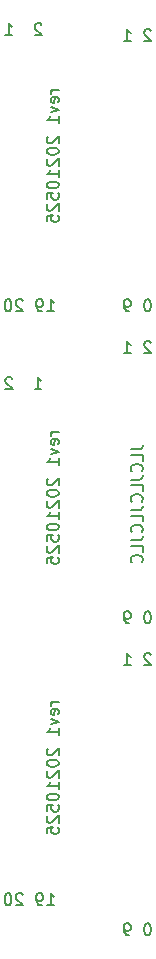
<source format=gbr>
%TF.GenerationSoftware,KiCad,Pcbnew,5.1.10*%
%TF.CreationDate,2021-05-25T21:42:46+02:00*%
%TF.ProjectId,ebaz_200to254,6562617a-5f32-4303-9074-6f3235342e6b,rev?*%
%TF.SameCoordinates,Original*%
%TF.FileFunction,Legend,Bot*%
%TF.FilePolarity,Positive*%
%FSLAX46Y46*%
G04 Gerber Fmt 4.6, Leading zero omitted, Abs format (unit mm)*
G04 Created by KiCad (PCBNEW 5.1.10) date 2021-05-25 21:42:46*
%MOMM*%
%LPD*%
G01*
G04 APERTURE LIST*
%ADD10C,0.150000*%
G04 APERTURE END LIST*
D10*
X144668761Y-108164380D02*
X144573523Y-108164380D01*
X144478285Y-108212000D01*
X144430666Y-108259619D01*
X144383047Y-108354857D01*
X144335428Y-108545333D01*
X144335428Y-108783428D01*
X144383047Y-108973904D01*
X144430666Y-109069142D01*
X144478285Y-109116761D01*
X144573523Y-109164380D01*
X144668761Y-109164380D01*
X144764000Y-109116761D01*
X144811619Y-109069142D01*
X144859238Y-108973904D01*
X144906857Y-108783428D01*
X144906857Y-108545333D01*
X144859238Y-108354857D01*
X144811619Y-108259619D01*
X144764000Y-108212000D01*
X144668761Y-108164380D01*
X143097333Y-109164380D02*
X142906857Y-109164380D01*
X142811619Y-109116761D01*
X142764000Y-109069142D01*
X142668761Y-108926285D01*
X142621142Y-108735809D01*
X142621142Y-108354857D01*
X142668761Y-108259619D01*
X142716380Y-108212000D01*
X142811619Y-108164380D01*
X143002095Y-108164380D01*
X143097333Y-108212000D01*
X143144952Y-108259619D01*
X143192571Y-108354857D01*
X143192571Y-108592952D01*
X143144952Y-108688190D01*
X143097333Y-108735809D01*
X143002095Y-108783428D01*
X142811619Y-108783428D01*
X142716380Y-108735809D01*
X142668761Y-108688190D01*
X142621142Y-108592952D01*
X136143809Y-106624380D02*
X136715238Y-106624380D01*
X136429523Y-106624380D02*
X136429523Y-105624380D01*
X136524761Y-105767238D01*
X136620000Y-105862476D01*
X136715238Y-105910095D01*
X135667619Y-106624380D02*
X135477142Y-106624380D01*
X135381904Y-106576761D01*
X135334285Y-106529142D01*
X135239047Y-106386285D01*
X135191428Y-106195809D01*
X135191428Y-105814857D01*
X135239047Y-105719619D01*
X135286666Y-105672000D01*
X135381904Y-105624380D01*
X135572380Y-105624380D01*
X135667619Y-105672000D01*
X135715238Y-105719619D01*
X135762857Y-105814857D01*
X135762857Y-106052952D01*
X135715238Y-106148190D01*
X135667619Y-106195809D01*
X135572380Y-106243428D01*
X135381904Y-106243428D01*
X135286666Y-106195809D01*
X135239047Y-106148190D01*
X135191428Y-106052952D01*
X134048571Y-105719619D02*
X134000952Y-105672000D01*
X133905714Y-105624380D01*
X133667619Y-105624380D01*
X133572380Y-105672000D01*
X133524761Y-105719619D01*
X133477142Y-105814857D01*
X133477142Y-105910095D01*
X133524761Y-106052952D01*
X134096190Y-106624380D01*
X133477142Y-106624380D01*
X132858095Y-105624380D02*
X132762857Y-105624380D01*
X132667619Y-105672000D01*
X132620000Y-105719619D01*
X132572380Y-105814857D01*
X132524761Y-106005333D01*
X132524761Y-106243428D01*
X132572380Y-106433904D01*
X132620000Y-106529142D01*
X132667619Y-106576761D01*
X132762857Y-106624380D01*
X132858095Y-106624380D01*
X132953333Y-106576761D01*
X133000952Y-106529142D01*
X133048571Y-106433904D01*
X133096190Y-106243428D01*
X133096190Y-106005333D01*
X133048571Y-105814857D01*
X133000952Y-105719619D01*
X132953333Y-105672000D01*
X132858095Y-105624380D01*
X137104380Y-89448380D02*
X136437714Y-89448380D01*
X136628190Y-89448380D02*
X136532952Y-89496000D01*
X136485333Y-89543619D01*
X136437714Y-89638857D01*
X136437714Y-89734095D01*
X137056761Y-90448380D02*
X137104380Y-90353142D01*
X137104380Y-90162666D01*
X137056761Y-90067428D01*
X136961523Y-90019809D01*
X136580571Y-90019809D01*
X136485333Y-90067428D01*
X136437714Y-90162666D01*
X136437714Y-90353142D01*
X136485333Y-90448380D01*
X136580571Y-90496000D01*
X136675809Y-90496000D01*
X136771047Y-90019809D01*
X136437714Y-90829333D02*
X137104380Y-91067428D01*
X136437714Y-91305523D01*
X137104380Y-92210285D02*
X137104380Y-91638857D01*
X137104380Y-91924571D02*
X136104380Y-91924571D01*
X136247238Y-91829333D01*
X136342476Y-91734095D01*
X136390095Y-91638857D01*
X136199619Y-93353142D02*
X136152000Y-93400761D01*
X136104380Y-93496000D01*
X136104380Y-93734095D01*
X136152000Y-93829333D01*
X136199619Y-93876952D01*
X136294857Y-93924571D01*
X136390095Y-93924571D01*
X136532952Y-93876952D01*
X137104380Y-93305523D01*
X137104380Y-93924571D01*
X136104380Y-94543619D02*
X136104380Y-94638857D01*
X136152000Y-94734095D01*
X136199619Y-94781714D01*
X136294857Y-94829333D01*
X136485333Y-94876952D01*
X136723428Y-94876952D01*
X136913904Y-94829333D01*
X137009142Y-94781714D01*
X137056761Y-94734095D01*
X137104380Y-94638857D01*
X137104380Y-94543619D01*
X137056761Y-94448380D01*
X137009142Y-94400761D01*
X136913904Y-94353142D01*
X136723428Y-94305523D01*
X136485333Y-94305523D01*
X136294857Y-94353142D01*
X136199619Y-94400761D01*
X136152000Y-94448380D01*
X136104380Y-94543619D01*
X136199619Y-95257904D02*
X136152000Y-95305523D01*
X136104380Y-95400761D01*
X136104380Y-95638857D01*
X136152000Y-95734095D01*
X136199619Y-95781714D01*
X136294857Y-95829333D01*
X136390095Y-95829333D01*
X136532952Y-95781714D01*
X137104380Y-95210285D01*
X137104380Y-95829333D01*
X137104380Y-96781714D02*
X137104380Y-96210285D01*
X137104380Y-96496000D02*
X136104380Y-96496000D01*
X136247238Y-96400761D01*
X136342476Y-96305523D01*
X136390095Y-96210285D01*
X136104380Y-97400761D02*
X136104380Y-97496000D01*
X136152000Y-97591238D01*
X136199619Y-97638857D01*
X136294857Y-97686476D01*
X136485333Y-97734095D01*
X136723428Y-97734095D01*
X136913904Y-97686476D01*
X137009142Y-97638857D01*
X137056761Y-97591238D01*
X137104380Y-97496000D01*
X137104380Y-97400761D01*
X137056761Y-97305523D01*
X137009142Y-97257904D01*
X136913904Y-97210285D01*
X136723428Y-97162666D01*
X136485333Y-97162666D01*
X136294857Y-97210285D01*
X136199619Y-97257904D01*
X136152000Y-97305523D01*
X136104380Y-97400761D01*
X136104380Y-98638857D02*
X136104380Y-98162666D01*
X136580571Y-98115047D01*
X136532952Y-98162666D01*
X136485333Y-98257904D01*
X136485333Y-98496000D01*
X136532952Y-98591238D01*
X136580571Y-98638857D01*
X136675809Y-98686476D01*
X136913904Y-98686476D01*
X137009142Y-98638857D01*
X137056761Y-98591238D01*
X137104380Y-98496000D01*
X137104380Y-98257904D01*
X137056761Y-98162666D01*
X137009142Y-98115047D01*
X136199619Y-99067428D02*
X136152000Y-99115047D01*
X136104380Y-99210285D01*
X136104380Y-99448380D01*
X136152000Y-99543619D01*
X136199619Y-99591238D01*
X136294857Y-99638857D01*
X136390095Y-99638857D01*
X136532952Y-99591238D01*
X137104380Y-99019809D01*
X137104380Y-99638857D01*
X136104380Y-100543619D02*
X136104380Y-100067428D01*
X136580571Y-100019809D01*
X136532952Y-100067428D01*
X136485333Y-100162666D01*
X136485333Y-100400761D01*
X136532952Y-100496000D01*
X136580571Y-100543619D01*
X136675809Y-100591238D01*
X136913904Y-100591238D01*
X137009142Y-100543619D01*
X137056761Y-100496000D01*
X137104380Y-100400761D01*
X137104380Y-100162666D01*
X137056761Y-100067428D01*
X137009142Y-100019809D01*
X144906857Y-85399619D02*
X144859238Y-85352000D01*
X144764000Y-85304380D01*
X144525904Y-85304380D01*
X144430666Y-85352000D01*
X144383047Y-85399619D01*
X144335428Y-85494857D01*
X144335428Y-85590095D01*
X144383047Y-85732952D01*
X144954476Y-86304380D01*
X144335428Y-86304380D01*
X142621142Y-86304380D02*
X143192571Y-86304380D01*
X142906857Y-86304380D02*
X142906857Y-85304380D01*
X143002095Y-85447238D01*
X143097333Y-85542476D01*
X143192571Y-85590095D01*
X137104380Y-66588380D02*
X136437714Y-66588380D01*
X136628190Y-66588380D02*
X136532952Y-66636000D01*
X136485333Y-66683619D01*
X136437714Y-66778857D01*
X136437714Y-66874095D01*
X137056761Y-67588380D02*
X137104380Y-67493142D01*
X137104380Y-67302666D01*
X137056761Y-67207428D01*
X136961523Y-67159809D01*
X136580571Y-67159809D01*
X136485333Y-67207428D01*
X136437714Y-67302666D01*
X136437714Y-67493142D01*
X136485333Y-67588380D01*
X136580571Y-67636000D01*
X136675809Y-67636000D01*
X136771047Y-67159809D01*
X136437714Y-67969333D02*
X137104380Y-68207428D01*
X136437714Y-68445523D01*
X137104380Y-69350285D02*
X137104380Y-68778857D01*
X137104380Y-69064571D02*
X136104380Y-69064571D01*
X136247238Y-68969333D01*
X136342476Y-68874095D01*
X136390095Y-68778857D01*
X136199619Y-70493142D02*
X136152000Y-70540761D01*
X136104380Y-70636000D01*
X136104380Y-70874095D01*
X136152000Y-70969333D01*
X136199619Y-71016952D01*
X136294857Y-71064571D01*
X136390095Y-71064571D01*
X136532952Y-71016952D01*
X137104380Y-70445523D01*
X137104380Y-71064571D01*
X136104380Y-71683619D02*
X136104380Y-71778857D01*
X136152000Y-71874095D01*
X136199619Y-71921714D01*
X136294857Y-71969333D01*
X136485333Y-72016952D01*
X136723428Y-72016952D01*
X136913904Y-71969333D01*
X137009142Y-71921714D01*
X137056761Y-71874095D01*
X137104380Y-71778857D01*
X137104380Y-71683619D01*
X137056761Y-71588380D01*
X137009142Y-71540761D01*
X136913904Y-71493142D01*
X136723428Y-71445523D01*
X136485333Y-71445523D01*
X136294857Y-71493142D01*
X136199619Y-71540761D01*
X136152000Y-71588380D01*
X136104380Y-71683619D01*
X136199619Y-72397904D02*
X136152000Y-72445523D01*
X136104380Y-72540761D01*
X136104380Y-72778857D01*
X136152000Y-72874095D01*
X136199619Y-72921714D01*
X136294857Y-72969333D01*
X136390095Y-72969333D01*
X136532952Y-72921714D01*
X137104380Y-72350285D01*
X137104380Y-72969333D01*
X137104380Y-73921714D02*
X137104380Y-73350285D01*
X137104380Y-73636000D02*
X136104380Y-73636000D01*
X136247238Y-73540761D01*
X136342476Y-73445523D01*
X136390095Y-73350285D01*
X136104380Y-74540761D02*
X136104380Y-74636000D01*
X136152000Y-74731238D01*
X136199619Y-74778857D01*
X136294857Y-74826476D01*
X136485333Y-74874095D01*
X136723428Y-74874095D01*
X136913904Y-74826476D01*
X137009142Y-74778857D01*
X137056761Y-74731238D01*
X137104380Y-74636000D01*
X137104380Y-74540761D01*
X137056761Y-74445523D01*
X137009142Y-74397904D01*
X136913904Y-74350285D01*
X136723428Y-74302666D01*
X136485333Y-74302666D01*
X136294857Y-74350285D01*
X136199619Y-74397904D01*
X136152000Y-74445523D01*
X136104380Y-74540761D01*
X136104380Y-75778857D02*
X136104380Y-75302666D01*
X136580571Y-75255047D01*
X136532952Y-75302666D01*
X136485333Y-75397904D01*
X136485333Y-75636000D01*
X136532952Y-75731238D01*
X136580571Y-75778857D01*
X136675809Y-75826476D01*
X136913904Y-75826476D01*
X137009142Y-75778857D01*
X137056761Y-75731238D01*
X137104380Y-75636000D01*
X137104380Y-75397904D01*
X137056761Y-75302666D01*
X137009142Y-75255047D01*
X136199619Y-76207428D02*
X136152000Y-76255047D01*
X136104380Y-76350285D01*
X136104380Y-76588380D01*
X136152000Y-76683619D01*
X136199619Y-76731238D01*
X136294857Y-76778857D01*
X136390095Y-76778857D01*
X136532952Y-76731238D01*
X137104380Y-76159809D01*
X137104380Y-76778857D01*
X136104380Y-77683619D02*
X136104380Y-77207428D01*
X136580571Y-77159809D01*
X136532952Y-77207428D01*
X136485333Y-77302666D01*
X136485333Y-77540761D01*
X136532952Y-77636000D01*
X136580571Y-77683619D01*
X136675809Y-77731238D01*
X136913904Y-77731238D01*
X137009142Y-77683619D01*
X137056761Y-77636000D01*
X137104380Y-77540761D01*
X137104380Y-77302666D01*
X137056761Y-77207428D01*
X137009142Y-77159809D01*
X144906857Y-58983619D02*
X144859238Y-58936000D01*
X144764000Y-58888380D01*
X144525904Y-58888380D01*
X144430666Y-58936000D01*
X144383047Y-58983619D01*
X144335428Y-59078857D01*
X144335428Y-59174095D01*
X144383047Y-59316952D01*
X144954476Y-59888380D01*
X144335428Y-59888380D01*
X142621142Y-59888380D02*
X143192571Y-59888380D01*
X142906857Y-59888380D02*
X142906857Y-58888380D01*
X143002095Y-59031238D01*
X143097333Y-59126476D01*
X143192571Y-59174095D01*
X143216380Y-68024952D02*
X143930666Y-68024952D01*
X144073523Y-67977333D01*
X144168761Y-67882095D01*
X144216380Y-67739238D01*
X144216380Y-67644000D01*
X144216380Y-68977333D02*
X144216380Y-68501142D01*
X143216380Y-68501142D01*
X144121142Y-69882095D02*
X144168761Y-69834476D01*
X144216380Y-69691619D01*
X144216380Y-69596380D01*
X144168761Y-69453523D01*
X144073523Y-69358285D01*
X143978285Y-69310666D01*
X143787809Y-69263047D01*
X143644952Y-69263047D01*
X143454476Y-69310666D01*
X143359238Y-69358285D01*
X143264000Y-69453523D01*
X143216380Y-69596380D01*
X143216380Y-69691619D01*
X143264000Y-69834476D01*
X143311619Y-69882095D01*
X143216380Y-70596380D02*
X143930666Y-70596380D01*
X144073523Y-70548761D01*
X144168761Y-70453523D01*
X144216380Y-70310666D01*
X144216380Y-70215428D01*
X144216380Y-71548761D02*
X144216380Y-71072571D01*
X143216380Y-71072571D01*
X144121142Y-72453523D02*
X144168761Y-72405904D01*
X144216380Y-72263047D01*
X144216380Y-72167809D01*
X144168761Y-72024952D01*
X144073523Y-71929714D01*
X143978285Y-71882095D01*
X143787809Y-71834476D01*
X143644952Y-71834476D01*
X143454476Y-71882095D01*
X143359238Y-71929714D01*
X143264000Y-72024952D01*
X143216380Y-72167809D01*
X143216380Y-72263047D01*
X143264000Y-72405904D01*
X143311619Y-72453523D01*
X143216380Y-73167809D02*
X143930666Y-73167809D01*
X144073523Y-73120190D01*
X144168761Y-73024952D01*
X144216380Y-72882095D01*
X144216380Y-72786857D01*
X144216380Y-74120190D02*
X144216380Y-73644000D01*
X143216380Y-73644000D01*
X144121142Y-75024952D02*
X144168761Y-74977333D01*
X144216380Y-74834476D01*
X144216380Y-74739238D01*
X144168761Y-74596380D01*
X144073523Y-74501142D01*
X143978285Y-74453523D01*
X143787809Y-74405904D01*
X143644952Y-74405904D01*
X143454476Y-74453523D01*
X143359238Y-74501142D01*
X143264000Y-74596380D01*
X143216380Y-74739238D01*
X143216380Y-74834476D01*
X143264000Y-74977333D01*
X143311619Y-75024952D01*
X143216380Y-75739238D02*
X143930666Y-75739238D01*
X144073523Y-75691619D01*
X144168761Y-75596380D01*
X144216380Y-75453523D01*
X144216380Y-75358285D01*
X144216380Y-76691619D02*
X144216380Y-76215428D01*
X143216380Y-76215428D01*
X144121142Y-77596380D02*
X144168761Y-77548761D01*
X144216380Y-77405904D01*
X144216380Y-77310666D01*
X144168761Y-77167809D01*
X144073523Y-77072571D01*
X143978285Y-77024952D01*
X143787809Y-76977333D01*
X143644952Y-76977333D01*
X143454476Y-77024952D01*
X143359238Y-77072571D01*
X143264000Y-77167809D01*
X143216380Y-77310666D01*
X143216380Y-77405904D01*
X143264000Y-77548761D01*
X143311619Y-77596380D01*
X144668761Y-81748380D02*
X144573523Y-81748380D01*
X144478285Y-81796000D01*
X144430666Y-81843619D01*
X144383047Y-81938857D01*
X144335428Y-82129333D01*
X144335428Y-82367428D01*
X144383047Y-82557904D01*
X144430666Y-82653142D01*
X144478285Y-82700761D01*
X144573523Y-82748380D01*
X144668761Y-82748380D01*
X144764000Y-82700761D01*
X144811619Y-82653142D01*
X144859238Y-82557904D01*
X144906857Y-82367428D01*
X144906857Y-82129333D01*
X144859238Y-81938857D01*
X144811619Y-81843619D01*
X144764000Y-81796000D01*
X144668761Y-81748380D01*
X143097333Y-82748380D02*
X142906857Y-82748380D01*
X142811619Y-82700761D01*
X142764000Y-82653142D01*
X142668761Y-82510285D01*
X142621142Y-82319809D01*
X142621142Y-81938857D01*
X142668761Y-81843619D01*
X142716380Y-81796000D01*
X142811619Y-81748380D01*
X143002095Y-81748380D01*
X143097333Y-81796000D01*
X143144952Y-81843619D01*
X143192571Y-81938857D01*
X143192571Y-82176952D01*
X143144952Y-82272190D01*
X143097333Y-82319809D01*
X143002095Y-82367428D01*
X142811619Y-82367428D01*
X142716380Y-82319809D01*
X142668761Y-82272190D01*
X142621142Y-82176952D01*
X135064380Y-62936380D02*
X135635809Y-62936380D01*
X135350095Y-62936380D02*
X135350095Y-61936380D01*
X135445333Y-62079238D01*
X135540571Y-62174476D01*
X135635809Y-62222095D01*
X133159619Y-62031619D02*
X133112000Y-61984000D01*
X133016761Y-61936380D01*
X132778666Y-61936380D01*
X132683428Y-61984000D01*
X132635809Y-62031619D01*
X132588190Y-62126857D01*
X132588190Y-62222095D01*
X132635809Y-62364952D01*
X133207238Y-62936380D01*
X132588190Y-62936380D01*
X136143809Y-56332380D02*
X136715238Y-56332380D01*
X136429523Y-56332380D02*
X136429523Y-55332380D01*
X136524761Y-55475238D01*
X136620000Y-55570476D01*
X136715238Y-55618095D01*
X135667619Y-56332380D02*
X135477142Y-56332380D01*
X135381904Y-56284761D01*
X135334285Y-56237142D01*
X135239047Y-56094285D01*
X135191428Y-55903809D01*
X135191428Y-55522857D01*
X135239047Y-55427619D01*
X135286666Y-55380000D01*
X135381904Y-55332380D01*
X135572380Y-55332380D01*
X135667619Y-55380000D01*
X135715238Y-55427619D01*
X135762857Y-55522857D01*
X135762857Y-55760952D01*
X135715238Y-55856190D01*
X135667619Y-55903809D01*
X135572380Y-55951428D01*
X135381904Y-55951428D01*
X135286666Y-55903809D01*
X135239047Y-55856190D01*
X135191428Y-55760952D01*
X134048571Y-55427619D02*
X134000952Y-55380000D01*
X133905714Y-55332380D01*
X133667619Y-55332380D01*
X133572380Y-55380000D01*
X133524761Y-55427619D01*
X133477142Y-55522857D01*
X133477142Y-55618095D01*
X133524761Y-55760952D01*
X134096190Y-56332380D01*
X133477142Y-56332380D01*
X132858095Y-55332380D02*
X132762857Y-55332380D01*
X132667619Y-55380000D01*
X132620000Y-55427619D01*
X132572380Y-55522857D01*
X132524761Y-55713333D01*
X132524761Y-55951428D01*
X132572380Y-56141904D01*
X132620000Y-56237142D01*
X132667619Y-56284761D01*
X132762857Y-56332380D01*
X132858095Y-56332380D01*
X132953333Y-56284761D01*
X133000952Y-56237142D01*
X133048571Y-56141904D01*
X133096190Y-55951428D01*
X133096190Y-55713333D01*
X133048571Y-55522857D01*
X133000952Y-55427619D01*
X132953333Y-55380000D01*
X132858095Y-55332380D01*
X144668761Y-55332380D02*
X144573523Y-55332380D01*
X144478285Y-55380000D01*
X144430666Y-55427619D01*
X144383047Y-55522857D01*
X144335428Y-55713333D01*
X144335428Y-55951428D01*
X144383047Y-56141904D01*
X144430666Y-56237142D01*
X144478285Y-56284761D01*
X144573523Y-56332380D01*
X144668761Y-56332380D01*
X144764000Y-56284761D01*
X144811619Y-56237142D01*
X144859238Y-56141904D01*
X144906857Y-55951428D01*
X144906857Y-55713333D01*
X144859238Y-55522857D01*
X144811619Y-55427619D01*
X144764000Y-55380000D01*
X144668761Y-55332380D01*
X143097333Y-56332380D02*
X142906857Y-56332380D01*
X142811619Y-56284761D01*
X142764000Y-56237142D01*
X142668761Y-56094285D01*
X142621142Y-55903809D01*
X142621142Y-55522857D01*
X142668761Y-55427619D01*
X142716380Y-55380000D01*
X142811619Y-55332380D01*
X143002095Y-55332380D01*
X143097333Y-55380000D01*
X143144952Y-55427619D01*
X143192571Y-55522857D01*
X143192571Y-55760952D01*
X143144952Y-55856190D01*
X143097333Y-55903809D01*
X143002095Y-55951428D01*
X142811619Y-55951428D01*
X142716380Y-55903809D01*
X142668761Y-55856190D01*
X142621142Y-55760952D01*
X135635809Y-32059619D02*
X135588190Y-32012000D01*
X135492952Y-31964380D01*
X135254857Y-31964380D01*
X135159619Y-32012000D01*
X135112000Y-32059619D01*
X135064380Y-32154857D01*
X135064380Y-32250095D01*
X135112000Y-32392952D01*
X135683428Y-32964380D01*
X135064380Y-32964380D01*
X132588190Y-32964380D02*
X133159619Y-32964380D01*
X132873904Y-32964380D02*
X132873904Y-31964380D01*
X132969142Y-32107238D01*
X133064380Y-32202476D01*
X133159619Y-32250095D01*
X144906857Y-32567619D02*
X144859238Y-32520000D01*
X144764000Y-32472380D01*
X144525904Y-32472380D01*
X144430666Y-32520000D01*
X144383047Y-32567619D01*
X144335428Y-32662857D01*
X144335428Y-32758095D01*
X144383047Y-32900952D01*
X144954476Y-33472380D01*
X144335428Y-33472380D01*
X142621142Y-33472380D02*
X143192571Y-33472380D01*
X142906857Y-33472380D02*
X142906857Y-32472380D01*
X143002095Y-32615238D01*
X143097333Y-32710476D01*
X143192571Y-32758095D01*
X137104380Y-37632380D02*
X136437714Y-37632380D01*
X136628190Y-37632380D02*
X136532952Y-37680000D01*
X136485333Y-37727619D01*
X136437714Y-37822857D01*
X136437714Y-37918095D01*
X137056761Y-38632380D02*
X137104380Y-38537142D01*
X137104380Y-38346666D01*
X137056761Y-38251428D01*
X136961523Y-38203809D01*
X136580571Y-38203809D01*
X136485333Y-38251428D01*
X136437714Y-38346666D01*
X136437714Y-38537142D01*
X136485333Y-38632380D01*
X136580571Y-38680000D01*
X136675809Y-38680000D01*
X136771047Y-38203809D01*
X136437714Y-39013333D02*
X137104380Y-39251428D01*
X136437714Y-39489523D01*
X137104380Y-40394285D02*
X137104380Y-39822857D01*
X137104380Y-40108571D02*
X136104380Y-40108571D01*
X136247238Y-40013333D01*
X136342476Y-39918095D01*
X136390095Y-39822857D01*
X136199619Y-41537142D02*
X136152000Y-41584761D01*
X136104380Y-41680000D01*
X136104380Y-41918095D01*
X136152000Y-42013333D01*
X136199619Y-42060952D01*
X136294857Y-42108571D01*
X136390095Y-42108571D01*
X136532952Y-42060952D01*
X137104380Y-41489523D01*
X137104380Y-42108571D01*
X136104380Y-42727619D02*
X136104380Y-42822857D01*
X136152000Y-42918095D01*
X136199619Y-42965714D01*
X136294857Y-43013333D01*
X136485333Y-43060952D01*
X136723428Y-43060952D01*
X136913904Y-43013333D01*
X137009142Y-42965714D01*
X137056761Y-42918095D01*
X137104380Y-42822857D01*
X137104380Y-42727619D01*
X137056761Y-42632380D01*
X137009142Y-42584761D01*
X136913904Y-42537142D01*
X136723428Y-42489523D01*
X136485333Y-42489523D01*
X136294857Y-42537142D01*
X136199619Y-42584761D01*
X136152000Y-42632380D01*
X136104380Y-42727619D01*
X136199619Y-43441904D02*
X136152000Y-43489523D01*
X136104380Y-43584761D01*
X136104380Y-43822857D01*
X136152000Y-43918095D01*
X136199619Y-43965714D01*
X136294857Y-44013333D01*
X136390095Y-44013333D01*
X136532952Y-43965714D01*
X137104380Y-43394285D01*
X137104380Y-44013333D01*
X137104380Y-44965714D02*
X137104380Y-44394285D01*
X137104380Y-44680000D02*
X136104380Y-44680000D01*
X136247238Y-44584761D01*
X136342476Y-44489523D01*
X136390095Y-44394285D01*
X136104380Y-45584761D02*
X136104380Y-45680000D01*
X136152000Y-45775238D01*
X136199619Y-45822857D01*
X136294857Y-45870476D01*
X136485333Y-45918095D01*
X136723428Y-45918095D01*
X136913904Y-45870476D01*
X137009142Y-45822857D01*
X137056761Y-45775238D01*
X137104380Y-45680000D01*
X137104380Y-45584761D01*
X137056761Y-45489523D01*
X137009142Y-45441904D01*
X136913904Y-45394285D01*
X136723428Y-45346666D01*
X136485333Y-45346666D01*
X136294857Y-45394285D01*
X136199619Y-45441904D01*
X136152000Y-45489523D01*
X136104380Y-45584761D01*
X136104380Y-46822857D02*
X136104380Y-46346666D01*
X136580571Y-46299047D01*
X136532952Y-46346666D01*
X136485333Y-46441904D01*
X136485333Y-46680000D01*
X136532952Y-46775238D01*
X136580571Y-46822857D01*
X136675809Y-46870476D01*
X136913904Y-46870476D01*
X137009142Y-46822857D01*
X137056761Y-46775238D01*
X137104380Y-46680000D01*
X137104380Y-46441904D01*
X137056761Y-46346666D01*
X137009142Y-46299047D01*
X136199619Y-47251428D02*
X136152000Y-47299047D01*
X136104380Y-47394285D01*
X136104380Y-47632380D01*
X136152000Y-47727619D01*
X136199619Y-47775238D01*
X136294857Y-47822857D01*
X136390095Y-47822857D01*
X136532952Y-47775238D01*
X137104380Y-47203809D01*
X137104380Y-47822857D01*
X136104380Y-48727619D02*
X136104380Y-48251428D01*
X136580571Y-48203809D01*
X136532952Y-48251428D01*
X136485333Y-48346666D01*
X136485333Y-48584761D01*
X136532952Y-48680000D01*
X136580571Y-48727619D01*
X136675809Y-48775238D01*
X136913904Y-48775238D01*
X137009142Y-48727619D01*
X137056761Y-48680000D01*
X137104380Y-48584761D01*
X137104380Y-48346666D01*
X137056761Y-48251428D01*
X137009142Y-48203809D01*
M02*

</source>
